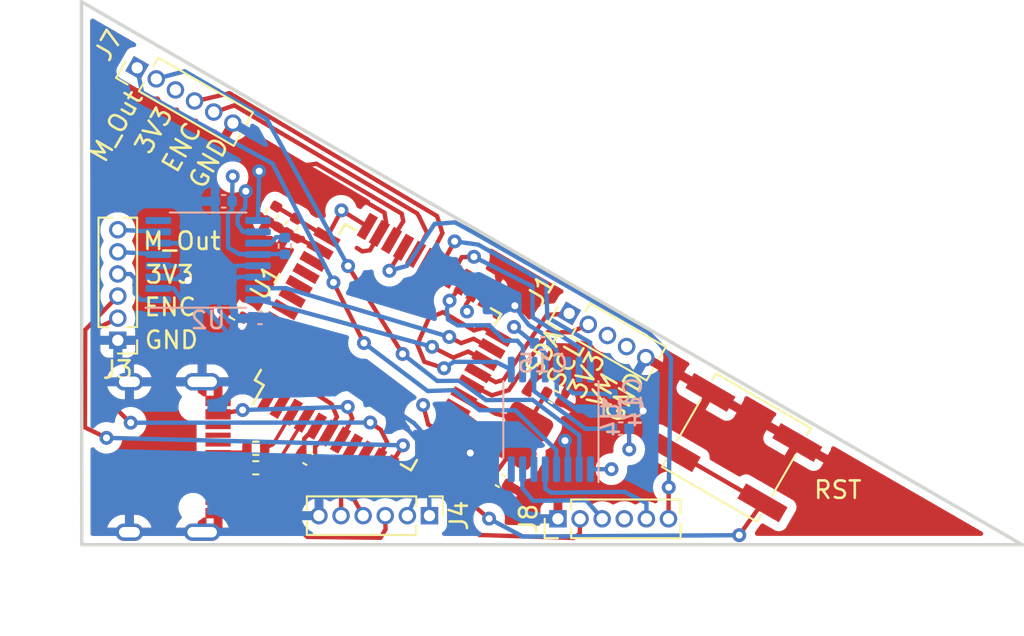
<source format=kicad_pcb>
(kicad_pcb (version 20211014) (generator pcbnew)
  (layers (0 "F.Cu" signal) (1 "In1.Cu" signal) (2 "In2.Cu" signal) (31 "B.Cu" signal) (34 "B.Paste" user) (35 "F.Paste" user) (36 "B.SilkS" user "B.Silkscreen") (37 "F.SilkS" user "F.Silkscreen") (38 "B.Mask" user) (39 "F.Mask" user) (44 "Edge.Cuts" user))
  (net 0 "")
  (net 1 "Net-(C1-Pad1)")
  (net 2 "GND")
  (net 3 "XTAL1")
  (net 4 "+3V3")
  (net 5 "XTAL2")
  (net 6 "MOTOR_SUPPLY")
  (net 7 "Net-(C7-Pad2)")
  (net 8 "Net-(C8-Pad2)")
  (net 9 "Net-(J8-Pad3)")
  (net 10 "Net-(C11-Pad2)")
  (net 11 "Net-(C14-Pad2)")
  (net 12 "SDA")
  (net 13 "SCL")
  (net 14 "/B_ENC_1")
  (net 15 "/B_ENC_2")
  (net 16 "Net-(J3-Pad5)")
  (net 17 "Net-(J3-Pad6)")
  (net 18 "Net-(J4-Pad1)")
  (net 19 "Net-(J4-Pad2)")
  (net 20 "/A_ENC_2")
  (net 21 "/A_ENC_1")
  (net 22 "Net-(J7-Pad1)")
  (net 23 "Net-(J7-Pad2)")
  (net 24 "/C_ENC_2")
  (net 25 "/C_ENC_1")
  (net 26 "/D_ENC_2")
  (net 27 "/D_ENC_1")
  (net 28 "Net-(J8-Pad5)")
  (net 29 "Net-(R1-Pad1)")
  (net 30 "D-")
  (net 31 "Net-(R2-Pad1)")
  (net 32 "D+")
  (net 35 "VBUS")
  (net 36 "RST")
  (net 37 "MOTOR_B2_IN")
  (net 38 "MOTOR_B1_IN")
  (net 39 "MOTOR_D1_IN")
  (net 40 "MOTOR_D2_IN")
  (net 41 "MOTOR_C2_IN")
  (net 42 "MOTOR_C1_IN")
  (net 43 "MOTOR_A2_IN")
  (net 44 "MOTOR_A1_IN")
  (net 47 "MOTOR_E1_IN")
  (net 48 "MOTOR_E2_IN")
  (net 49 "MOTOR_F1_IN")
  (net 50 "MOTOR_F2_IN")
  (footprint "Resistor_SMD:R_0402_1005Metric" (layer "F.Cu") (at 48.73 101.36)
    (fp_text reference "R2" hide)
    (fp_text value "22")
  )
  (footprint "Package_QFP:TQFP-44_10x10mm_P0.8mm" (layer "F.Cu") (at 55.75 94.43 60)
    (fp_text reference "U1")
    (fp_text value "ATmega32U4-A")
  )
  (footprint "Crystal:TXC_A308000003" (layer "F.Cu") (at 64.425 98.707276 -120)
    (fp_text reference "Y1" hide)
    (fp_text value "Crystal")
  )
  (footprint "Capacitor_SMD:C_0402_1005Metric" (layer "F.Cu") (at 50.8 87.46 -120)
    (fp_text reference "C5" hide)
    (fp_text value "0.1uF")
  )
  (footprint "Connector_PinHeader_1.27mm:PinHeader_1x06_P1.27mm_Vertical" (layer "F.Cu") (at 66.085 104.29 90)
    (fp_text reference "J8")
    (fp_text value "Conn_01x06_Male")
  )
  (footprint "Type-C:HRO-TYPE-C-31-M-12" (layer "F.Cu") (at 38.865 100.74 -90)
    (fp_text reference "USB1" hide)
    (fp_text value "HRO-TYPE-C-31-M-12")
  )
  (footprint "Capacitor_SMD:C_0402_1005Metric" (layer "F.Cu") (at 65.84 97.29 -30)
    (fp_text reference "C2" hide)
    (fp_text value "15pF")
  )
  (footprint "Resistor_SMD:R_0402_1005Metric" (layer "F.Cu") (at 48.73 100.24)
    (fp_text reference "R1" hide)
    (fp_text value "22")
  )
  (footprint "Capacitor_SMD:C_0402_1005Metric" (layer "F.Cu") (at 49.66 86.77 -120)
    (fp_text reference "C6" hide)
    (fp_text value "0.1uF")
  )
  (footprint "Capacitor_SMD:C_0402_1005Metric" (layer "F.Cu") (at 47.58 92.49 150)
    (fp_text reference "C1" hide)
    (fp_text value "1uF")
  )
  (footprint "Connector_PinHeader_1.27mm:PinHeader_1x06_P1.27mm_Vertical" (layer "F.Cu") (at 40.8 94.035 180)
    (fp_text reference "J3")
    (fp_text value "Conn_01x06_Male")
  )
  (footprint "Capacitor_SMD:C_0402_1005Metric" (layer "F.Cu") (at 51.72 100.83 150)
    (fp_text reference "C3" hide)
    (fp_text value "1uF")
  )
  (footprint "Connector_PinHeader_1.27mm:PinHeader_1x06_P1.27mm_Vertical" (layer "F.Cu") (at 41.910369 78.3825 60)
    (fp_text reference "J7")
    (fp_text value "Conn_01x06_Male")
  )
  (footprint "Connector_PinHeader_1.27mm:PinHeader_1x05_P1.27mm_Vertical" (layer "F.Cu") (at 66.73 92.49 60)
    (fp_text reference "J1")
    (fp_text value "Conn_01x05_Female")
  )
  (footprint "Capacitor_SMD:C_0402_1005Metric" (layer "F.Cu") (at 62.78 102.1 -30)
    (fp_text reference "C4" hide)
    (fp_text value "15pF")
  )
  (footprint "Connector_PinHeader_1.27mm:PinHeader_1x06_P1.27mm_Vertical" (layer "F.Cu") (at 58.705 104.11 -90)
    (fp_text reference "J4")
    (fp_text value "Conn_01x06_Male")
  )
  (footprint "Button_Switch_SMD:SW_SPST_EVPBF" (layer "F.Cu") (at 76.34 100.2 150)
    (fp_text reference "SW1" hide)
    (fp_text value "SW_Push")
  )
  (footprint "Capacitor_SMD:C_0402_1005Metric" (layer "B.Cu") (at 65.21 94.21)
    (fp_text reference "C15")
    (fp_text value "10uF")
  )
  (footprint "Capacitor_SMD:C_0402_1005Metric" (layer "B.Cu") (at 69.22 97.6 90)
    (fp_text reference "C14")
    (fp_text value "2.2uF")
  )
  (footprint "Capacitor_SMD:C_0402_1005Metric" (layer "B.Cu") (at 48.97 92.75 180)
    (fp_text reference "C8" hide)
    (fp_text value "2.2uF")
  )
  (footprint "Capacitor_SMD:C_0402_1005Metric" (layer "B.Cu") (at 50.4 88.62 90)
    (fp_text reference "C7" hide)
    (fp_text value "0.1uF")
  )
  (footprint "Package_SO:TSSOP-16_4.4x5mm_P0.65mm" (layer "B.Cu") (at 45.99 89.43)
    (fp_text reference "U2")
    (fp_text value "DRV8833PW")
  )
  (footprint "Package_SO:TSSOP-16_4.4x5mm_P0.65mm" (layer "B.Cu") (at 65.68 98.58 90)
    (fp_text reference "U4")
    (fp_text value "DRV8833PW")
  )
  (footprint "Capacitor_SMD:C_0402_1005Metric" (layer "B.Cu") (at 46.88 86.05 180)
    (fp_text reference "C9" hide)
    (fp_text value "10uF")
  )
  (footprint "Capacitor_SMD:C_0402_1005Metric" (layer "B.Cu") (at 69.69 99.11 180)
    (fp_text reference "C11")
    (fp_text value "0.1uF")
  )
  (gr_line (start 38.730501 105.78) (end 38.71 74.585969) (layer "Edge.Cuts") (width 0.2))
  (gr_line (start 38.730501 105.78) (end 92.76 105.78) (layer "Edge.Cuts") (width 0.2))
  (gr_line (start 38.71 74.585969) (end 92.76 105.78) (layer "Edge.Cuts") (width 0.2))
  (gr_text "VM" (at 68.67 96.93 60) (layer "F.SilkS") (effects (font (size 1 1))))
  (gr_text "M_Out\n" (at 40.72 81.73 60) (layer "F.SilkS") (effects (font (size 1 1))))
  (gr_text "M_Out\n" (at 44.48 88.33) (layer "F.SilkS") (effects (font (size 1 1))))
  (gr_text "GND" (at 43.88 94.02) (layer "F.SilkS") (effects (font (size 1 1))))
  (gr_text "3V3" (at 42.87 81.97 60) (layer "F.SilkS") (effects (font (size 1 1))))
  (gr_text "GND" (at 69.92 97.31 60) (layer "F.SilkS") (effects (font (size 1 1))))
  (gr_text "GND" (at 46.03 83.85 60) (layer "F.SilkS") (effects (font (size 1 1))))
  (gr_text "SCL" (at 66.51 95.38 60) (layer "F.SilkS") (effects (font (size 1 1))))
  (gr_text "ENC" (at 44.47 82.95 60) (layer "F.SilkS") (effects (font (size 1 1))))
  (gr_text "RST" (at 82.16 102.63) (layer "F.SilkS") (effects (font (size 1 1))))
  (gr_text "SDA" (at 65.29 94.72 60) (layer "F.SilkS") (effects (font (size 1 1))))
  (gr_text "3V3" (at 67.73 96.04 60) (layer "F.SilkS") (effects (font (size 1 1))))
  (gr_text "ENC" (at 43.81 92.13) (layer "F.SilkS") (effects (font (size 1 1))))
  (gr_text "3V3" (at 43.79 90.26) (layer "F.SilkS") (effects (font (size 1 1))))
  (segment (start 49.597359 93.658461) (end 49.613655 93.658461) (width 0.25) (layer "F.Cu") (net 1))
  (segment (start 49.613655 93.658461) (end 47.995692 92.73) (width 0.25) (layer "F.Cu") (net 1))
  (segment (start 47.164308 92.25) (end 46.85 92.73) (width 0.25) (layer "F.Cu") (net 2))
  (segment (start 50.56 87.875692) (end 52.413655 88.808719) (width 0.25) (layer "F.Cu") (net 2))
  (segment (start 46.98 93.1) (end 49.213655 94.351281) (width 0.25) (layer "F.Cu") (net 2))
  (segment (start 61.11 99.46) (end 61.05 100.51) (width 0.25) (layer "F.Cu") (net 2))
  (segment (start 59.886345 98.665641) (end 61.11 99.46) (width 0.25) (layer "F.Cu") (net 2))
  (segment (start 46.85 92.73) (end 46.98 93.1) (width 0.25) (layer "F.Cu") (net 2))
  (segment (start 51.304308 100.59) (end 51.511936 100.382372) (width 0.25) (layer "F.Cu") (net 2))
  (segment (start 49.42 87.185692) (end 50.56 87.875692) (width 0.25) (layer "F.Cu") (net 2))
  (segment (start 51.511936 100.382372) (end 51.511936 99.677884) (width 0.25) (layer "F.Cu") (net 2))
  (segment (start 51.511936 99.677884) (end 52.20718 98.98264) (width 0.25) (layer "F.Cu") (net 2))
  (segment (start 52.20718 98.98264) (end 52.20718 98.966345) (width 0.25) (layer "F.Cu") (net 2))
  (via (at 61.05 100.51) (size 0.8) (drill 0.4) (layers "F.Cu" "B.Cu") (net 2))
  (via (at 63.61 92.05) (size 0.8) (drill 0.4) (layers "F.Cu" "B.Cu") (net 2))
  (via (at 70.98 98.09) (size 0.8) (drill 0.4) (layers "F.Cu" "B.Cu") (net 2))
  (via (at 66.49 99.8) (size 0.8) (drill 0.4) (layers "F.Cu" "B.Cu") (net 2))
  (via (at 44.84 90.6) (size 0.8) (drill 0.4) (layers "F.Cu" "B.Cu") (net 2))
  (segment (start 67.12 97.98) (end 67.27 98.1) (width 0.25) (layer "B.Cu") (net 2))
  (segment (start 65.7 94.13) (end 66.01 94.62) (width 0.25) (layer "B.Cu") (net 2))
  (segment (start 66.655 101.4425) (end 66.64 100.22) (width 0.25) (layer "B.Cu") (net 2))
  (segment (start 66.02 97.13) (end 67.12 97.98) (width 0.25) (layer "B.Cu") (net 2))
  (segment (start 66.64 100.22) (end 66.49 99.8) (width 0.25) (layer "B.Cu") (net 2))
  (segment (start 43.1275 88.455) (end 44.47 88.45) (width 0.25) (layer "B.Cu") (net 2))
  (segment (start 64.41 93.16) (end 64.05 92.7) (width 0.25) (layer "B.Cu") (net 2))
  (segment (start 66.005 95.7175) (end 66.02 97.13) (width 0.25) (layer "B.Cu") (net 2))
  (segment (start 43.1275 90.405) (end 44.84 90.6) (width 0.25) (layer "B.Cu") (net 2))
  (segment (start 66.01 94.62) (end 66.005 95.7175) (width 0.25) (layer "B.Cu") (net 2))
  (segment (start 48.8525 89.755) (end 47.64 89.75) (width 0.25) (layer "B.Cu") (net 2))
  (segment (start 67.27 98.1) (end 69.22 98.08) (width 0.25) (layer "B.Cu") (net 2))
  (segment (start 64.705 101.4425) (end 64.69 100.18) (width 0.25) (layer "B.Cu") (net 2))
  (segment (start 65.32 93.73) (end 64.41 93.16) (width 0.25) (layer "B.Cu") (net 2))
  (segment (start 65.69 94.21) (end 65.32 93.73) (width 0.25) (layer "B.Cu") (net 2))
  (segment (start 64.05 92.7) (end 63.61 92.05) (width 0.25) (layer "B.Cu") (net 2))
  (segment (start 69.22 98.08) (end 70.98 98.09) (width 0.25) (layer "B.Cu") (net 2))
  (segment (start 62.52 98.26) (end 60.686345 97.28) (width 0.25) (layer "F.Cu") (net 3))
  (segment (start 64.425 98.707276) (end 62.52 98.26) (width 0.25) (layer "F.Cu") (net 3))
  (segment (start 65.424308 97.05) (end 64.425 98.707276) (width 0.25) (layer "F.Cu") (net 3))
  (segment (start 48.813655 95.044102) (end 52.73 97.47) (width 0.25) (layer "F.Cu") (net 4))
  (segment (start 58.63 98.87) (end 58.34 97.75) (width 0.25) (layer "F.Cu") (net 4))
  (segment (start 51.13 104.83) (end 50.77 103.4) (width 0.25) (layer "F.Cu") (net 4))
  (segment (start 52.135692 100.146949) (end 52.908148 99.374493) (width 0.25) (layer "F.Cu") (net 4))
  (segment (start 60.8 91.99) (end 60.86 92.38) (width 0.25) (layer "F.Cu") (net 4))
  (segment (start 51.69 105.33) (end 51.13 104.83) (width 0.25) (layer "F.Cu") (net 4))
  (segment (start 53.08 97.7) (end 53.39 98.43) (width 0.25) (layer "F.Cu") (net 4))
  (segment (start 52.135692 101.07) (end 52.135692 100.146949) (width 0.25) (layer "F.Cu") (net 4))
  (segment (start 52.73 97.47) (end 53.08 97.7) (width 0.25) (layer "F.Cu") (net 4))
  (segment (start 56.165 104.11) (end 56.18 104.9) (width 0.25) (layer "F.Cu") (net 4))
  (segment (start 50.77 103.4) (end 52.135692 101.07) (width 0.25) (layer "F.Cu") (net 4))
  (segment (start 56.18 104.9) (end 55.89 105.38) (width 0.25) (layer "F.Cu") (net 4))
  (segment (start 51.04 87.044308) (end 52.813655 88.115898) (width 0.25) (layer "F.Cu") (net 4))
  (segment (start 55.135898 87.493655) (end 53.65 86.57) (width 0.25) (layer "F.Cu") (net 4))
  (segment (start 55.89 105.38) (end 51.69 105.33) (width 0.25) (layer "F.Cu") (net 4))
  (segment (start 52.813655 88.115898) (end 53.65 86.57) (width 0.25) (layer "F.Cu") (net 4))
  (segment (start 61.371281 91.093655) (end 60.8 91.99) (width 0.25) (layer "F.Cu") (net 4))
  (segment (start 59.486345 99.358461) (end 58.63 98.87) (width 0.25) (layer "F.Cu") (net 4))
  (segment (start 49.9 86.354308) (end 51.04 87.044308) (width 0.25) (layer "F.Cu") (net 4))
  (segment (start 53.39 98.43) (end 52.9 99.366345) (width 0.25) (layer "F.Cu") (net 4))
  (via (at 58.34 97.75) (size 0.8) (drill 0.4) (layers "F.Cu" "B.Cu") (net 4))
  (via (at 53.65 86.57) (size 0.8) (drill 0.4) (layers "F.Cu" "B.Cu") (net 4))
  (via (at 69.16 101.44) (size 0.8) (drill 0.4) (layers "F.Cu" "B.Cu") (net 4))
  (via (at 60.86 92.38) (size 0.8) (drill 0.4) (layers "F.Cu" "B.Cu") (net 4))
  (segment (start 41.77 91.32) (end 42.11 91.71) (width 0.25) (layer "B.Cu") (net 4))
  (segment (start 67.955 101.4425) (end 69.16 101.44) (width 0.25) (layer "B.Cu") (net 4))
  (segment (start 41.53 90.23) (end 41.77 90.49) (width 0.25) (layer "B.Cu") (net 4))
  (segment (start 42.11 91.71) (end 43.1275 91.705) (width 0.25) (layer "B.Cu") (net 4))
  (segment (start 40.8 90.225) (end 41.53 90.23) (width 0.25) (layer "B.Cu") (net 4))
  (segment (start 41.77 90.49) (end 41.77 91.32) (width 0.25) (layer "B.Cu") (net 4))
  (segment (start 62.364308 101.86) (end 63.475 100.352724) (width 0.25) (layer "F.Cu") (net 5))
  (segment (start 60.531202 98.217677) (end 60.286345 97.97282) (width 0.25) (layer "F.Cu") (net 5))
  (segment (start 63.475 100.352724) (end 63.132724 100.352724) (width 0.25) (layer "F.Cu") (net 5))
  (segment (start 63.475 100.352724) (end 60.286345 97.97282) (width 0.25) (layer "F.Cu") (net 5))
  (via (at 47.4 84.62) (size 0.8) (drill 0.4) (layers "F.Cu" "B.Cu") (net 6))
  (via (at 63.56 93.27) (size 0.8) (drill 0.4) (layers "F.Cu" "B.Cu") (net 6))
  (via (at 70.18 100.3) (size 0.8) (drill 0.4) (layers "F.Cu" "B.Cu") (net 6))
  (segment (start 47.76 89.08) (end 48.8525 89.105) (width 0.25) (layer "B.Cu") (net 6))
  (segment (start 47.36 86.58) (end 47.36 86.05) (width 0.25) (layer "B.Cu") (net 6))
  (segment (start 65.34 94.79) (end 65.355 95.7175) (width 0.25) (layer "B.Cu") (net 6))
  (segment (start 70.17 99.11) (end 70.18 100.3) (width 0.25) (layer "B.Cu") (net 6))
  (segment (start 47.14 88.7) (end 47.13 86.72) (width 0.25) (layer "B.Cu") (net 6))
  (segment (start 64.74 94.13) (end 65.34 94.79) (width 0.25) (layer "B.Cu") (net 6))
  (segment (start 47.13 86.72) (end 47.36 86.58) (width 0.25) (layer "B.Cu") (net 6))
  (segment (start 47.36 86.05) (end 47.4 84.62) (width 0.25) (layer "B.Cu") (net 6))
  (segment (start 47.76 89.08) (end 47.14 88.7) (width 0.25) (layer "B.Cu") (net 6))
  (segment (start 64.73 94.21) (end 63.56 93.27) (width 0.25) (layer "B.Cu") (net 6))
  (segment (start 48.8525 89.105) (end 50.36 89.07) (width 0.25) (layer "B.Cu") (net 6))
  (segment (start 49.89 88.11) (end 50.36 88.11) (width 0.25) (layer "B.Cu") (net 7))
  (segment (start 48.8525 88.455) (end 49.61 88.47) (width 0.25) (layer "B.Cu") (net 7))
  (segment (start 49.61 88.47) (end 49.89 88.11) (width 0.25) (layer "B.Cu") (net 7))
  (segment (start 47.4 92.3) (end 47.81 92.76) (width 0.25) (layer "B.Cu") (net 8))
  (segment (start 48.8525 90.405) (end 47.74 90.39) (width 0.25) (layer "B.Cu") (net 8))
  (segment (start 47.81 92.76) (end 48.49 92.75) (width 0.25) (layer "B.Cu") (net 8))
  (segment (start 47.74 90.39) (end 47.37 90.64) (width 0.25) (layer "B.Cu") (net 8))
  (segment (start 47.37 90.64) (end 47.4 92.3) (width 0.25) (layer "B.Cu") (net 8))
  (segment (start 64.04 102.52) (end 64.66 103.26) (width 0.25) (layer "B.Cu") (net 9))
  (segment (start 64.66 103.26) (end 67.71 103.22) (width 0.25) (layer "B.Cu") (net 9))
  (segment (start 67.71 103.22) (end 68.625 104.29) (width 0.25) (layer "B.Cu") (net 9))
  (segment (start 64.055 101.4425) (end 64.04 102.52) (width 0.25) (layer "B.Cu") (net 9))
  (segment (start 64.705 95.7175) (end 64.72 96.96) (width 0.25) (layer "B.Cu") (net 10))
  (segment (start 64.72 96.96) (end 67.67 99.12) (width 0.25) (layer "B.Cu") (net 10))
  (segment (start 67.67 99.12) (end 69.21 99.11) (width 0.25) (layer "B.Cu") (net 10))
  (segment (start 66.655 95.7175) (end 66.65 96.82) (width 0.25) (layer "B.Cu") (net 11))
  (segment (start 66.96 97.08) (end 69.22 97.12) (width 0.25) (layer "B.Cu") (net 11))
  (segment (start 66.65 96.82) (end 66.96 97.08) (width 0.25) (layer "B.Cu") (net 11))
  (segment (start 61.486345 95.894359) (end 62.51 96.44) (width 0.25) (layer "F.Cu") (net 12))
  (segment (start 62.96 96.31) (end 65.44 92.58) (width 0.25) (layer "F.Cu") (net 12))
  (segment (start 62.51 96.44) (end 62.96 96.31) (width 0.25) (layer "F.Cu") (net 12))
  (segment (start 65.44 92.58) (end 66.73 92.49) (width 0.25) (layer "F.Cu") (net 12))
  (segment (start 66.82 93.58) (end 67.829852 93.125) (width 0.25) (layer "F.Cu") (net 13))
  (segment (start 62.29 97.2) (end 63.26 96.9) (width 0.25) (layer "F.Cu") (net 13))
  (segment (start 61.086345 96.58718) (end 62.29 97.2) (width 0.25) (layer "F.Cu") (net 13))
  (segment (start 65.52 93.55) (end 66.82 93.58) (width 0.25) (layer "F.Cu") (net 13))
  (segment (start 63.26 96.9) (end 65.52 93.55) (width 0.25) (layer "F.Cu") (net 13))
  (segment (start 39.39 96.65) (end 39.39 93.71) (width 0.25) (layer "F.Cu") (net 14))
  (segment (start 55.9 99.17) (end 56.27 99.89) (width 0.25) (layer "F.Cu") (net 14))
  (segment (start 41.54 98.77) (end 41.51 98.77) (width 0.25) (layer "F.Cu") (net 14))
  (segment (start 56.27 99.89) (end 55.671281 100.966345) (width 0.25) (layer "F.Cu") (net 14))
  (segment (start 39.74 93.28) (end 40.8 92.765) (width 0.25) (layer "F.Cu") (net 14))
  (segment (start 55.3 98.76) (end 55.9 99.17) (width 0.25) (layer "F.Cu") (net 14))
  (segment (start 41.51 98.77) (end 39.39 96.65) (width 0.25) (layer "F.Cu") (net 14))
  (segment (start 39.39 93.71) (end 39.74 93.28) (width 0.25) (layer "F.Cu") (net 14))
  (via (at 41.54 98.77) (size 0.8) (drill 0.4) (layers "F.Cu" "B.Cu") (net 14))
  (via (at 55.3 98.76) (size 0.8) (drill 0.4) (layers "F.Cu" "B.Cu") (net 14))
  (segment (start 41.54 98.77) (end 55.3 98.76) (width 0.25) (layer "B.Cu") (net 14))
  (segment (start 56.364102 101.366345) (end 57.18 100.07) (width 0.25) (layer "F.Cu") (net 15))
  (segment (start 40.8 91.495) (end 39.04 93.32) (width 0.25) (layer "F.Cu") (net 15))
  (segment (start 40.15 99.64) (end 38.91 99.04) (width 0.25) (layer "F.Cu") (net 15))
  (segment (start 39.04 93.32) (end 38.93 93.43) (width 0.25) (layer "F.Cu") (net 15))
  (segment (start 38.93 93.43) (end 38.91 99.04) (width 0.25) (layer "F.Cu") (net 15))
  (via (at 57.18 100.07) (size 0.8) (drill 0.4) (layers "F.Cu" "B.Cu") (net 15))
  (via (at 40.15 99.64) (size 0.8) (drill 0.4) (layers "F.Cu" "B.Cu") (net 15))
  (segment (start 57.18 100.07) (end 40.15 99.64) (width 0.25) (layer "B.Cu") (net 15))
  (segment (start 40.8 88.955) (end 43.1275 89.105) (width 0.25) (layer "B.Cu") (net 16))
  (segment (start 40.8 87.685) (end 43.1275 87.805) (width 0.25) (layer "B.Cu") (net 17))
  (segment (start 45.71 89.76) (end 43.1275 89.755) (width 0.25) (layer "B.Cu") (net 18))
  (segment (start 57.82 98.8) (end 50.16 93.56) (width 0.25) (layer "B.Cu") (net 18))
  (segment (start 58.705 104.11) (end 58.64 99.75) (width 0.25) (layer "B.Cu") (net 18))
  (segment (start 47.81 93.56) (end 46.64 92.36) (width 0.25) (layer "B.Cu") (net 18))
  (segment (start 58.64 99.75) (end 58.14 99.15) (width 0.25) (layer "B.Cu") (net 18))
  (segment (start 58.14 99.15) (end 57.82 98.8) (width 0.25) (layer "B.Cu") (net 18))
  (segment (start 50.16 93.56) (end 47.81 93.56) (width 0.25) (layer "B.Cu") (net 18))
  (segment (start 46.59 90.67) (end 45.71 89.76) (width 0.25) (layer "B.Cu") (net 18))
  (segment (start 46.64 92.36) (end 46.59 90.67) (width 0.25) (layer "B.Cu") (net 18))
  (segment (start 58.01 102.76) (end 58 99.78) (width 0.25) (layer "B.Cu") (net 19))
  (segment (start 44.56 91.87) (end 44.01 91.05) (width 0.25) (layer "B.Cu") (net 19))
  (segment (start 47.53 94.05) (end 50.03 94.05) (width 0.25) (layer "B.Cu") (net 19))
  (segment (start 45.57 91.91) (end 44.56 91.87) (width 0.25) (layer "B.Cu") (net 19))
  (segment (start 57.435 104.11) (end 58.01 102.76) (width 0.25) (layer "B.Cu") (net 19))
  (segment (start 47.4 93.92) (end 47.53 94.05) (width 0.25) (layer "B.Cu") (net 19))
  (segment (start 46.11 92.47) (end 45.57 91.91) (width 0.25) (layer "B.Cu") (net 19))
  (segment (start 50.03 94.05) (end 57.54 99.25) (width 0.25) (layer "B.Cu") (net 19))
  (segment (start 46.11 92.47) (end 47.4 93.92) (width 0.25) (layer "B.Cu") (net 19))
  (segment (start 58 99.78) (end 57.54 99.25) (width 0.25) (layer "B.Cu") (net 19))
  (segment (start 44.01 91.05) (end 43.1275 91.055) (width 0.25) (layer "B.Cu") (net 19))
  (segment (start 54.978461 100.566345) (end 54.26 101.67) (width 0.25) (layer "F.Cu") (net 20))
  (segment (start 54.26 101.67) (end 54.25 102.95) (width 0.25) (layer "F.Cu") (net 20))
  (segment (start 54.25 102.95) (end 54.895 104.11) (width 0.25) (layer "F.Cu") (net 20))
  (segment (start 53.63 101.63) (end 53.625 104.11) (width 0.25) (layer "F.Cu") (net 21))
  (segment (start 54.285641 100.166345) (end 53.63 101.63) (width 0.25) (layer "F.Cu") (net 21))
  (segment (start 54.94 94.19) (end 53.19 90.71) (width 0.25) (layer "F.Cu") (net 22))
  (via (at 53.19 90.71) (size 0.8) (drill 0.4) (layers "F.Cu" "B.Cu") (net 22))
  (via (at 54.94 94.19) (size 0.8) (drill 0.4) (layers "F.Cu" "B.Cu") (net 22))
  (segment (start 58.6 96.95) (end 54.94 94.19) (width 0.25) (layer "B.Cu") (net 22))
  (segment (start 53.19 90.71) (end 49.69 83.88) (width 0.25) (layer "B.Cu") (net 22))
  (segment (start 60.09 96.9) (end 58.6 96.95) (width 0.25) (layer "B.Cu") (net 22))
  (segment (start 42.19 79.79) (end 41.910369 78.3825) (width 0.25) (layer "B.Cu") (net 22))
  (segment (start 49.69 83.88) (end 42.19 79.79) (width 0.25) (layer "B.Cu") (net 22))
  (segment (start 65.99 100.34) (end 63.641786 98.058214) (width 0.25) (layer "B.Cu") (net 22))
  (segment (start 61.58 98.05) (end 60.09 96.9) (width 0.25) (layer "B.Cu") (net 22))
  (segment (start 63.641786 98.058214) (end 61.58 98.05) (width 0.25) (layer "B.Cu") (net 22))
  (segment (start 66.005 101.4425) (end 65.99 100.34) (width 0.25) (layer "B.Cu") (net 22))
  (segment (start 57.16 94.82) (end 54.03 89.77) (width 0.25) (layer "F.Cu") (net 23))
  (via (at 54.03 89.77) (size 0.8) (drill 0.4) (layers "F.Cu" "B.Cu") (net 23))
  (via (at 57.16 94.82) (size 0.8) (drill 0.4) (layers "F.Cu" "B.Cu") (net 23))
  (segment (start 49.35 81.32) (end 44.64 78.58) (width 0.25) (layer "B.Cu") (net 23))
  (segment (start 67.31 99.93) (end 67.31 99.49) (width 0.25) (layer "B.Cu") (net 23))
  (segment (start 59.15 96.37) (end 57.16 94.82) (width 0.25) (layer "B.Cu") (net 23))
  (segment (start 67.31 99.49) (end 64.62 97.45) (width 0.25) (layer "B.Cu") (net 23))
  (segment (start 61.95 97.47) (end 60.4 96.36) (width 0.25) (layer "B.Cu") (net 23))
  (segment (start 44.64 78.58) (end 43.010221 79.0175) (width 0.25) (layer "B.Cu") (net 23))
  (segment (start 54.03 89.77) (end 49.35 81.32) (width 0.25) (layer "B.Cu") (net 23))
  (segment (start 60.4 96.36) (end 59.15 96.37) (width 0.25) (layer "B.Cu") (net 23))
  (segment (start 64.43 97.46) (end 61.95 97.47) (width 0.25) (layer "B.Cu") (net 23))
  (segment (start 67.305 101.4425) (end 67.31 99.93) (width 0.25) (layer "B.Cu") (net 23))
  (segment (start 64.62 97.45) (end 64.43 97.46) (width 0.25) (layer "B.Cu") (net 23))
  (segment (start 45.199926 80.3175) (end 47.22 79.84) (width 0.25) (layer "F.Cu") (net 24))
  (segment (start 59.45 87.88) (end 58.6 89.493655) (width 0.25) (layer "F.Cu") (net 24))
  (segment (start 47.22 79.84) (end 59.14 86.9) (width 0.25) (layer "F.Cu") (net 24))
  (segment (start 59.14 86.9) (end 59.45 87.88) (width 0.25) (layer "F.Cu") (net 24))
  (segment (start 58.11 86.93) (end 58 86.75) (width 0.25) (layer "F.Cu") (net 25))
  (segment (start 47.49 80.54) (end 47.34 80.59) (width 0.25) (layer "F.Cu") (net 25))
  (segment (start 58.11 86.93) (end 58.57 87.88) (width 0.25) (layer "F.Cu") (net 25))
  (segment (start 58.57 87.88) (end 57.90718 89.093655) (width 0.25) (layer "F.Cu") (net 25))
  (segment (start 46.299778 80.9525) (end 47.34 80.59) (width 0.25) (layer "F.Cu") (net 25))
  (segment (start 58 86.75) (end 47.49 80.54) (width 0.25) (layer "F.Cu") (net 25))
  (segment (start 61.58 105.22) (end 60.28 104.18) (width 0.25) (layer "F.Cu") (net 26))
  (segment (start 66.97 105.39) (end 61.58 105.22) (width 0.25) (layer "F.Cu") (net 26))
  (segment (start 60.29 102.14) (end 60.03 101.56) (width 0.25) (layer "F.Cu") (net 26))
  (segment (start 67.355 104.29) (end 67.34 105.15) (width 0.25) (layer "F.Cu") (net 26))
  (segment (start 60.03 101.56) (end 58.686345 100.744102) (width 0.25) (layer "F.Cu") (net 26))
  (segment (start 67.34 105.15) (end 66.97 105.39) (width 0.25) (layer "F.Cu") (net 26))
  (segment (start 60.28 104.18) (end 60.29 102.14) (width 0.25) (layer "F.Cu") (net 26))
  (segment (start 56.4 90.04) (end 57.214359 88.693655) (width 0.25) (layer "F.Cu") (net 27))
  (segment (start 72.435 104.29) (end 72.45 102.48) (width 0.25) (layer "F.Cu") (net 27))
  (via (at 56.4 90.04) (size 0.8) (drill 0.4) (layers "F.Cu" "B.Cu") (net 27))
  (via (at 72.45 102.48) (size 0.8) (drill 0.4) (layers "F.Cu" "B.Cu") (net 27))
  (segment (start 59 87.35) (end 57.41 89.76) (width 0.25) (layer "B.Cu") (net 27))
  (segment (start 72.45 102.48) (end 72.58 95.06) (width 0.25) (layer "B.Cu") (net 27))
  (segment (start 71.92 94.23) (end 71.3 93.6) (width 0.25) (layer "B.Cu") (net 27))
  (segment (start 57.41 89.76) (end 56.4 90.04) (width 0.25) (layer "B.Cu") (net 27))
  (segment (start 60.17 87.26) (end 59 87.35) (width 0.25) (layer "B.Cu") (net 27))
  (segment (start 71.3 93.6) (end 61.34 87.9) (width 0.25) (layer "B.Cu") (net 27))
  (segment (start 72.58 95.06) (end 71.92 94.23) (width 0.25) (layer "B.Cu") (net 27))
  (segment (start 61.34 87.9) (end 60.17 87.26) (width 0.25) (layer "B.Cu") (net 27))
  (segment (start 65.36 102.55) (end 65.7 102.79) (width 0.25) (layer "B.Cu") (net 28))
  (segment (start 71.17 103.39) (end 71.165 104.29) (width 0.25) (layer "B.Cu") (net 28))
  (segment (start 65.7 102.79) (end 69.91 102.74) (width 0.25) (layer "B.Cu") (net 28))
  (segment (start 65.355 101.4425) (end 65.36 102.55) (width 0.25) (layer "B.Cu") (net 28))
  (segment (start 69.91 102.74) (end 71.17 103.39) (width 0.25) (layer "B.Cu") (net 28))
  (segment (start 46.56 100.49) (end 47.97 100.49) (width 0.25) (layer "F.Cu") (net 29))
  (segment (start 47.97 100.49) (end 48.22 100.24) (width 0.25) (layer "F.Cu") (net 29))
  (segment (start 50.724359 98.565641) (end 50.724359 98.276345) (width 0.2) (layer "F.Cu") (net 30))
  (segment (start 50.821539 98.166345) (end 49.71 100.03) (width 0.2) (layer "F.Cu") (net 30))
  (segment (start 49.71 100.03) (end 49.24 100.24) (width 0.2) (layer "F.Cu") (net 30))
  (segment (start 47.85 100.99) (end 48.22 101.36) (width 0.25) (layer "F.Cu") (net 31))
  (segment (start 46.56 100.99) (end 47.85 100.99) (width 0.25) (layer "F.Cu") (net 31))
  (segment (start 50.22 100.68) (end 51.514359 98.566345) (width 0.2) (layer "F.Cu") (net 32))
  (segment (start 49.24 101.36) (end 50.22 100.68) (width 0.2) (layer "F.Cu") (net 32))
  (segment (start 54.01 97.86) (end 54.27 98.52) (width 0.25) (layer "F.Cu") (net 35))
  (segment (start 54.27 98.52) (end 53.59282 99.766345) (width 0.25) (layer "F.Cu") (net 35))
  (segment (start 46.56 98.29) (end 47.97 98.04) (width 0.25) (layer "F.Cu") (net 35))
  (via (at 54.01 97.86) (size 0.8) (drill 0.4) (layers "F.Cu" "B.Cu") (net 35))
  (via (at 47.97 98.04) (size 0.8) (drill 0.4) (layers "F.Cu" "B.Cu") (net 35))
  (segment (start 47.97 98.04) (end 54.01 97.86) (width 0.25) (layer "B.Cu") (net 35))
  (segment (start 77.834153 103.372051) (end 72.845847 100.492051) (width 0.25) (layer "F.Cu") (net 36))
  (segment (start 61.1 102.44) (end 61.07 103.39) (width 0.25) (layer "F.Cu") (net 36))
  (segment (start 59.086345 100.051281) (end 60.53 101.09) (width 0.25) (layer "F.Cu") (net 36))
  (segment (start 61.07 103.39) (end 62.13 104.28) (width 0.25) (layer "F.Cu") (net 36))
  (segment (start 60.53 101.09) (end 61.1 102.44) (width 0.25) (layer "F.Cu") (net 36))
  (segment (start 76.5 105.23) (end 77.834153 103.372051) (width 0.25) (layer "F.Cu") (net 36))
  (via (at 76.5 105.23) (size 0.8) (drill 0.4) (layers "F.Cu" "B.Cu") (net 36))
  (via (at 62.13 104.28) (size 0.8) (drill 0.4) (layers "F.Cu" "B.Cu") (net 36))
  (segment (start 64.07 105.31) (end 76.5 105.23) (width 0.25) (layer "B.Cu") (net 36))
  (segment (start 62.13 104.28) (end 64.07 105.31) (width 0.25) (layer "B.Cu") (net 36))
  (segment (start 60.52 94.2) (end 61.23 93.95) (width 0.25) (layer "F.Cu") (net 37))
  (segment (start 59.84 93.84) (end 60.52 94.2) (width 0.25) (layer "F.Cu") (net 37))
  (segment (start 61.23 93.95) (end 62.286345 94.508719) (width 0.25) (layer "F.Cu") (net 37))
  (via (at 59.84 93.84) (size 0.8) (drill 0.4) (layers "F.Cu" "B.Cu") (net 37))
  (segment (start 50.45 91.04) (end 59.84 93.84) (width 0.25) (layer "B.Cu") (net 37))
  (segment (start 48.8525 91.055) (end 50.45 91.04) (width 0.25) (layer "B.Cu") (net 37))
  (segment (start 60.93 94.68) (end 61.886345 95.201539) (width 0.25) (layer "F.Cu") (net 38))
  (segment (start 60.07 95.03) (end 60.93 94.68) (width 0.25) (layer "F.Cu") (net 38))
  (segment (start 58.85 94.41) (end 60.07 95.03) (width 0.25) (layer "F.Cu") (net 38))
  (via (at 58.85 94.41) (size 0.8) (drill 0.4) (layers "F.Cu" "B.Cu") (net 38))
  (segment (start 48.8525 91.705) (end 58.85 94.41) (width 0.25) (layer "B.Cu") (net 38))
  (segment (start 58.41 95.27) (end 58.01 94.29) (width 0.25) (layer "F.Cu") (net 39))
  (segment (start 58.22 93.79) (end 58.67 92.76) (width 0.25) (layer "F.Cu") (net 39))
  (segment (start 61.44 93.41) (end 61.83 93.32) (width 0.25) (layer "F.Cu") (net 39))
  (segment (start 58.01 94.29) (end 58.22 93.79) (width 0.25) (layer "F.Cu") (net 39))
  (segment (start 61.83 93.32) (end 62.686345 93.815898) (width 0.25) (layer "F.Cu") (net 39))
  (segment (start 59.48 92.42) (end 61.26 93.47) (width 0.25) (layer "F.Cu") (net 39))
  (segment (start 58.67 92.76) (end 59.27 92.51) (width 0.25) (layer "F.Cu") (net 39))
  (segment (start 59.54 95.64) (end 58.41 95.27) (width 0.25) (layer "F.Cu") (net 39))
  (segment (start 59.27 92.51) (end 59.48 92.42) (width 0.25) (layer "F.Cu") (net 39))
  (segment (start 61.26 93.47) (end 61.44 93.41) (width 0.25) (layer "F.Cu") (net 39))
  (via (at 59.54 95.64) (size 0.8) (drill 0.4) (layers "F.Cu" "B.Cu") (net 39))
  (segment (start 60.1 95.27) (end 59.54 95.64) (width 0.25) (layer "B.Cu") (net 39))
  (segment (start 63.405 95.7175) (end 62.52 95.28) (width 0.25) (layer "B.Cu") (net 39))
  (segment (start 62.52 95.28) (end 60.1 95.27) (width 0.25) (layer "B.Cu") (net 39))
  (segment (start 59.86 91.76) (end 60.678461 90.693655) (width 0.25) (layer "F.Cu") (net 40))
  (via (at 59.86 91.76) (size 0.8) (drill 0.4) (layers "F.Cu" "B.Cu") (net 40))
  (segment (start 59.77 92.84) (end 59.7 92.27) (width 0.25) (layer "B.Cu") (net 40))
  (segment (start 62.14 93.17) (end 60.33 93.18) (width 0.25) (layer "B.Cu") (net 40))
  (segment (start 59.7 92.27) (end 59.86 91.76) (width 0.25) (layer "B.Cu") (net 40))
  (segment (start 62.29 93.33) (end 62.14 93.17) (width 0.25) (layer "B.Cu") (net 40))
  (segment (start 60.33 93.18) (end 59.77 92.84) (width 0.25) (layer "B.Cu") (net 40))
  (segment (start 63.01 94.06) (end 62.29 93.33) (width 0.25) (layer "B.Cu") (net 40))
  (segment (start 63.75 94.06) (end 63.01 94.06) (width 0.25) (layer "B.Cu") (net 40))
  (segment (start 64.055 95.7175) (end 64.07 94.41) (width 0.25) (layer "B.Cu") (net 40))
  (segment (start 64.07 94.41) (end 63.75 94.06) (width 0.25) (layer "B.Cu") (net 40))
  (segment (start 60.56 89.26) (end 59.985641 90.293655) (width 0.25) (layer "F.Cu") (net 41))
  (segment (start 61.26 89.24) (end 60.56 89.26) (width 0.25) (layer "F.Cu") (net 41))
  (via (at 61.26 89.24) (size 0.8) (drill 0.4) (layers "F.Cu" "B.Cu") (net 41))
  (segment (start 67.33 94.46) (end 64.64 92.72) (width 0.25) (layer "B.Cu") (net 41))
  (segment (start 64.62 91.2) (end 64.62 90.94) (width 0.25) (layer "B.Cu") (net 41))
  (segment (start 67.305 95.7175) (end 67.33 94.46) (width 0.25) (layer "B.Cu") (net 41))
  (segment (start 64.62 90.94) (end 61.26 89.24) (width 0.25) (layer "B.Cu") (net 41))
  (segment (start 64.64 92.72) (end 64.62 91.2) (width 0.25) (layer "B.Cu") (net 41))
  (segment (start 60.15 88.35) (end 59.29282 89.893655) (width 0.25) (layer "F.Cu") (net 42))
  (via (at 60.15 88.35) (size 0.8) (drill 0.4) (layers "F.Cu" "B.Cu") (net 42))
  (segment (start 61.51 88.54) (end 60.15 88.35) (width 0.25) (layer "B.Cu") (net 42))
  (segment (start 65.47 92.72) (end 65.42 90.77) (width 0.25) (layer "B.Cu") (net 42))
  (segment (start 67.93 94.16) (end 65.47 92.72) (width 0.25) (layer "B.Cu") (net 42))
  (segment (start 67.92 94.45) (end 67.93 94.16) (width 0.25) (layer "B.Cu") (net 42))
  (segment (start 67.955 95.7175) (end 67.92 94.45) (width 0.25) (layer "B.Cu") (net 42))
  (segment (start 65.42 90.77) (end 61.51 88.54) (width 0.25) (layer "B.Cu") (net 42))
  (segment (start 56.21 87.26) (end 56.12 86.71) (width 0.25) (layer "F.Cu") (net 43))
  (segment (start 56.12 86.71) (end 52.6 84.67) (width 0.25) (layer "F.Cu") (net 43))
  (segment (start 55.828719 87.893655) (end 56.21 87.26) (width 0.25) (layer "F.Cu") (net 43))
  (segment (start 52.6 84.67) (end 48.68 85.41) (width 0.25) (layer "F.Cu") (net 43))
  (segment (start 54.53 88.73) (end 54.85 88.93) (width 0.25) (layer "F.Cu") (net 43))
  (segment (start 55.29 88.86) (end 55.828719 87.893655) (width 0.25) (layer "F.Cu") (net 43))
  (segment (start 48.68 85.41) (end 48.15 85.47) (width 0.25) (layer "F.Cu") (net 43))
  (segment (start 54.85 88.93) (end 55.29 88.86) (width 0.25) (layer "F.Cu") (net 43))
  (via (at 48.15 85.47) (size 0.8) (drill 0.4) (layers "F.Cu" "B.Cu") (net 43))
  (segment (start 48.15 85.47) (end 48.12 86.41) (width 0.25) (layer "B.Cu") (net 43))
  (segment (start 47.68 86.94) (end 47.7 87.4) (width 0.25) (layer "B.Cu") (net 43))
  (segment (start 48.12 86.41) (end 47.68 86.94) (width 0.25) (layer "B.Cu") (net 43))
  (segment (start 47.99 87.8) (end 48.8525 87.805) (width 0.25) (layer "B.Cu") (net 43))
  (segment (start 47.7 87.4) (end 47.99 87.8) (width 0.25) (layer "B.Cu") (net 43))
  (segment (start 57.08 87.39) (end 57.2 87.2) (width 0.25) (layer "F.Cu") (net 44))
  (segment (start 52.03 83.92) (end 49.21 84.26) (width 0.25) (layer "F.Cu") (net 44))
  (segment (start 49.21 84.26) (end 48.92 84.32) (width 0.25) (layer "F.Cu") (net 44))
  (segment (start 57.11 86.76) (end 52.21 83.89) (width 0.25) (layer "F.Cu") (net 44))
  (segment (start 52.21 83.89) (end 52.03 83.92) (width 0.25) (layer "F.Cu") (net 44))
  (segment (start 57.2 87.2) (end 57.11 86.76) (width 0.25) (layer "F.Cu") (net 44))
  (segment (start 56.521539 88.293655) (end 57.08 87.39) (width 0.25) (layer "F.Cu") (net 44))
  (via (at 48.92 84.32) (size 0.8) (drill 0.4) (layers "F.Cu" "B.Cu") (net 44))
  (segment (start 48.92 84.32) (end 48.8525 87.155) (width 0.25) (layer "B.Cu") (net 44))
  (zone (net 2) (net_name "GND") (layers "F.Cu" "In1.Cu" "In2.Cu" "B.Cu") (connect_pads (clearance 0.508)) (min_thickness 0.254) (fill yes (thermal_gap 0.508) (thermal_bridge_width 0.508))
    (polygon (pts (xy 92.64 105.72) (xy 38.78 105.74) (xy 38.72 74.63)))
  )
  (zone (net 2) (net_name "GND") (layer "B.Cu") (connect_pads (clearance 0.508)) (min_thickness 0.254) (fill yes (thermal_gap 0.508) (thermal_bridge_width 0.508))
    (polygon (pts (xy 92.73 105.76) (xy 38.77 105.77) (xy 38.72 74.6)))
  )
)
</source>
